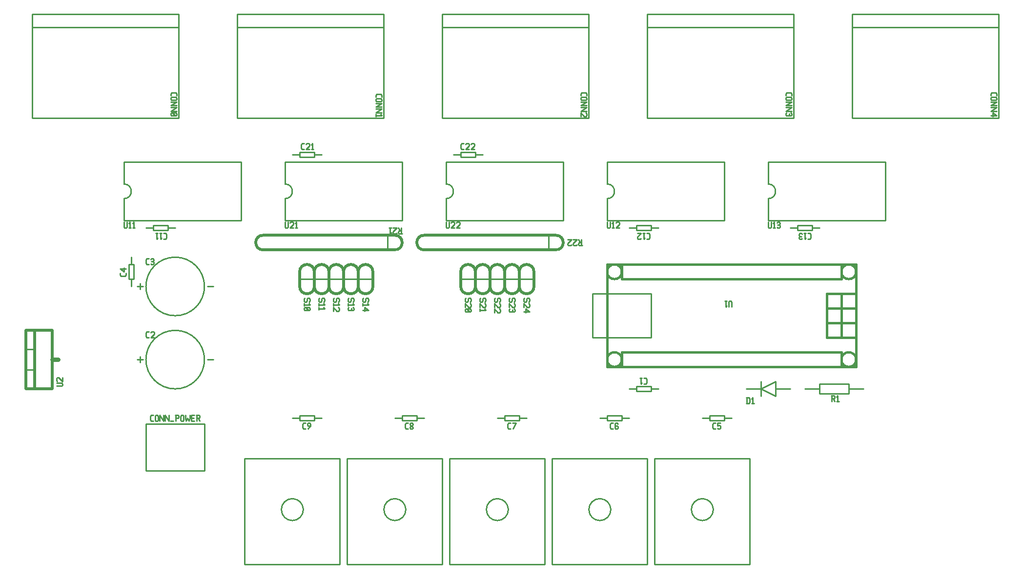
<source format=gbr>
G04 start of page 10 for group -4079 idx -4079 *
G04 Title: (unknown), topsilk *
G04 Creator: pcb 20140316 *
G04 CreationDate: Wed 27 Jan 2016 09:29:51 PM GMT UTC *
G04 For: veox *
G04 Format: Gerber/RS-274X *
G04 PCB-Dimensions (mil): 6700.00 3100.00 *
G04 PCB-Coordinate-Origin: lower left *
%MOIN*%
%FSLAX25Y25*%
%LNTOPSILK*%
%ADD111C,0.0300*%
%ADD110C,0.0150*%
%ADD109C,0.0200*%
%ADD108C,0.0100*%
G54D108*X175000Y175000D02*X255000D01*
Y215000D02*Y175000D01*
X175000Y215000D02*X255000D01*
X175000Y190000D02*Y175000D01*
Y215000D02*Y200000D01*
Y190000D02*G75*G03X175000Y200000I0J5000D01*G01*
X285000Y175000D02*X365000D01*
Y215000D02*Y175000D01*
X285000Y215000D02*X365000D01*
X285000Y190000D02*Y175000D01*
Y215000D02*Y200000D01*
Y190000D02*G75*G03X285000Y200000I0J5000D01*G01*
X290000Y220000D02*X295000D01*
X305000D02*X310000D01*
X295000Y221600D02*X305000D01*
Y218400D01*
X295000D02*X305000D01*
X295000Y221600D02*Y218400D01*
X180000Y220000D02*X185000D01*
X195000D02*X200000D01*
X185000Y221600D02*X195000D01*
Y218400D01*
X185000D02*X195000D01*
X185000Y221600D02*Y218400D01*
G54D109*X335000Y140000D02*Y130000D01*
X345000Y140000D02*Y130000D01*
G54D108*X335000Y135000D02*X345000D01*
G54D109*Y140000D02*G75*G03X335000Y140000I-5000J0D01*G01*
Y130000D02*G75*G03X345000Y130000I5000J0D01*G01*
X305000Y140000D02*Y130000D01*
X315000Y140000D02*Y130000D01*
G54D108*X305000Y135000D02*X315000D01*
G54D109*Y140000D02*G75*G03X305000Y140000I-5000J0D01*G01*
Y130000D02*G75*G03X315000Y130000I5000J0D01*G01*
X295000Y140000D02*Y130000D01*
X305000Y140000D02*Y130000D01*
G54D108*X295000Y135000D02*X305000D01*
G54D109*Y140000D02*G75*G03X295000Y140000I-5000J0D01*G01*
Y130000D02*G75*G03X305000Y130000I5000J0D01*G01*
X315000Y140000D02*Y130000D01*
X325000Y140000D02*Y130000D01*
G54D108*X315000Y135000D02*X325000D01*
G54D109*Y140000D02*G75*G03X315000Y140000I-5000J0D01*G01*
Y130000D02*G75*G03X325000Y130000I5000J0D01*G01*
Y140000D02*Y130000D01*
X335000Y140000D02*Y130000D01*
G54D108*X325000Y135000D02*X335000D01*
G54D109*Y140000D02*G75*G03X325000Y140000I-5000J0D01*G01*
Y130000D02*G75*G03X335000Y130000I5000J0D01*G01*
X270000Y165000D02*X360000D01*
X270000Y155000D02*X360000D01*
G54D108*X355000Y165000D02*Y155000D01*
G54D109*X360000D02*G75*G03X360000Y165000I0J5000D01*G01*
X270000D02*G75*G03X270000Y155000I0J-5000D01*G01*
X225000Y140000D02*Y130000D01*
X235000Y140000D02*Y130000D01*
G54D108*X225000Y135000D02*X235000D01*
G54D109*Y140000D02*G75*G03X225000Y140000I-5000J0D01*G01*
Y130000D02*G75*G03X235000Y130000I5000J0D01*G01*
X215000Y140000D02*Y130000D01*
X225000Y140000D02*Y130000D01*
G54D108*X215000Y135000D02*X225000D01*
G54D109*Y140000D02*G75*G03X215000Y140000I-5000J0D01*G01*
Y130000D02*G75*G03X225000Y130000I5000J0D01*G01*
X205000Y140000D02*Y130000D01*
X215000Y140000D02*Y130000D01*
G54D108*X205000Y135000D02*X215000D01*
G54D109*Y140000D02*G75*G03X205000Y140000I-5000J0D01*G01*
Y130000D02*G75*G03X215000Y130000I5000J0D01*G01*
X195000Y140000D02*Y130000D01*
X205000Y140000D02*Y130000D01*
G54D108*X195000Y135000D02*X205000D01*
G54D109*Y140000D02*G75*G03X195000Y140000I-5000J0D01*G01*
Y130000D02*G75*G03X205000Y130000I5000J0D01*G01*
G54D108*X142500Y307000D02*X242500D01*
X142500Y316000D02*Y245000D01*
X242500D01*
Y316000D02*Y245000D01*
X142500Y316000D02*X242500D01*
X282500Y307000D02*X382500D01*
X282500Y316000D02*Y245000D01*
X382500D01*
Y316000D02*Y245000D01*
X282500Y316000D02*X382500D01*
X2500Y307000D02*X102500D01*
X2500Y316000D02*Y245000D01*
X102500D01*
Y316000D02*Y245000D01*
X2500Y316000D02*X102500D01*
X530000Y60000D02*X540000D01*
X560000D02*X570000D01*
X540000Y63300D02*X560000D01*
Y56700D01*
X540000D02*X560000D01*
X540000Y63300D02*Y56700D01*
X250000Y40000D02*X255000D01*
X265000D02*X270000D01*
X255000Y41600D02*X265000D01*
Y38400D01*
X255000D02*X265000D01*
X255000Y41600D02*Y38400D01*
X390000Y40000D02*X395000D01*
X405000D02*X410000D01*
X395000Y41600D02*X405000D01*
Y38400D01*
X395000D02*X405000D01*
X395000Y41600D02*Y38400D01*
X320000Y40000D02*X325000D01*
X335000D02*X340000D01*
X325000Y41600D02*X335000D01*
Y38400D01*
X325000D02*X335000D01*
X325000Y41600D02*Y38400D01*
X460000Y40000D02*X465000D01*
X475000D02*X480000D01*
X465000Y41600D02*X475000D01*
Y38400D01*
X465000D02*X475000D01*
X465000Y41600D02*Y38400D01*
X287500Y12500D02*X352500D01*
Y-60000D01*
X287500D02*X352500D01*
X287500Y12500D02*Y-60000D01*
X320000Y-30000D02*G75*G03X327500Y-22500I0J7500D01*G01*
X312500D02*G75*G03X320000Y-30000I7500J0D01*G01*
Y-15000D02*G75*G03X312500Y-22500I0J-7500D01*G01*
X327500D02*G75*G03X320000Y-15000I-7500J0D01*G01*
X357500Y12500D02*X422500D01*
Y-60000D01*
X357500D02*X422500D01*
X357500Y12500D02*Y-60000D01*
X390000Y-30000D02*G75*G03X397500Y-22500I0J7500D01*G01*
X382500D02*G75*G03X390000Y-30000I7500J0D01*G01*
Y-15000D02*G75*G03X382500Y-22500I0J-7500D01*G01*
X397500D02*G75*G03X390000Y-15000I-7500J0D01*G01*
X427500Y12500D02*X492500D01*
Y-60000D01*
X427500D02*X492500D01*
X427500Y12500D02*Y-60000D01*
X460000Y-30000D02*G75*G03X467500Y-22500I0J7500D01*G01*
X452500D02*G75*G03X460000Y-30000I7500J0D01*G01*
Y-15000D02*G75*G03X452500Y-22500I0J-7500D01*G01*
X467500D02*G75*G03X460000Y-15000I-7500J0D01*G01*
X425000Y170000D02*X430000D01*
X410000D02*X415000D01*
Y168400D02*X425000D01*
X415000Y171600D02*Y168400D01*
Y171600D02*X425000D01*
Y168400D01*
Y60000D02*X430000D01*
X410000D02*X415000D01*
Y58400D02*X425000D01*
X415000Y61600D02*Y58400D01*
Y61600D02*X425000D01*
Y58400D01*
X395000Y175000D02*X475000D01*
Y215000D02*Y175000D01*
X395000Y215000D02*X475000D01*
X395000Y190000D02*Y175000D01*
Y215000D02*Y200000D01*
Y190000D02*G75*G03X395000Y200000I0J5000D01*G01*
X535000Y170000D02*X540000D01*
X520000D02*X525000D01*
Y168400D02*X535000D01*
X525000Y171600D02*Y168400D01*
Y171600D02*X535000D01*
Y168400D01*
X505000Y175000D02*X585000D01*
Y215000D02*Y175000D01*
X505000Y215000D02*X585000D01*
X505000Y190000D02*Y175000D01*
Y215000D02*Y200000D01*
Y190000D02*G75*G03X505000Y200000I0J5000D01*G01*
X490000Y60000D02*X500000D01*
X510000D02*X520000D01*
X500000D02*X510000Y65000D01*
Y55000D01*
X500000Y60000D01*
Y65000D02*Y55000D01*
G54D110*X545000Y105000D02*X565000D01*
X545000Y115000D02*X565000D01*
X555000Y125000D02*Y95000D01*
X545000D02*X565000D01*
X545000Y125000D02*Y95000D01*
Y125000D02*X565000D01*
X395000Y75000D02*X565000D01*
X395000Y145000D02*X565000D01*
Y75000D01*
X395000Y145000D02*Y75000D01*
X405000Y85000D02*X555000D01*
X405000Y135000D02*X555000D01*
X405000Y145000D02*Y135000D01*
Y85000D02*Y75000D01*
X555000Y85000D02*Y75000D01*
Y145000D02*Y135000D01*
G54D108*X385000Y95000D02*X425000D01*
Y125000D02*Y95000D01*
X385000Y125000D02*X425000D01*
X385000D02*Y95000D01*
G54D110*X565000Y80000D02*G75*G03X565000Y80000I-5000J0D01*G01*
Y140000D02*G75*G03X565000Y140000I-5000J0D01*G01*
X405000Y80000D02*G75*G03X405000Y80000I-5000J0D01*G01*
Y140000D02*G75*G03X405000Y140000I-5000J0D01*G01*
G54D108*X422500Y307000D02*X522500D01*
X422500Y316000D02*Y245000D01*
X522500D01*
Y316000D02*Y245000D01*
X422500Y316000D02*X522500D01*
X562500Y307000D02*X662500D01*
X562500Y316000D02*Y245000D01*
X662500D01*
Y316000D02*Y245000D01*
X562500Y316000D02*X662500D01*
X217500Y12500D02*X282500D01*
Y-60000D01*
X217500D02*X282500D01*
X217500Y12500D02*Y-60000D01*
X250000Y-30000D02*G75*G03X257500Y-22500I0J7500D01*G01*
X242500D02*G75*G03X250000Y-30000I7500J0D01*G01*
Y-15000D02*G75*G03X242500Y-22500I0J-7500D01*G01*
X257500D02*G75*G03X250000Y-15000I-7500J0D01*G01*
X147500Y12500D02*X212500D01*
Y-60000D01*
X147500D02*X212500D01*
X147500Y12500D02*Y-60000D01*
X180000Y-30000D02*G75*G03X187500Y-22500I0J7500D01*G01*
X172500D02*G75*G03X180000Y-30000I7500J0D01*G01*
Y-15000D02*G75*G03X172500Y-22500I0J-7500D01*G01*
X187500D02*G75*G03X180000Y-15000I-7500J0D01*G01*
X70000Y135000D02*Y130000D01*
Y150000D02*Y145000D01*
X68400D02*Y135000D01*
Y145000D02*X71600D01*
Y135000D01*
X68400D02*X71600D01*
X80000Y36000D02*Y4000D01*
Y36000D02*X120000D01*
Y4000D01*
X80000D02*X120000D01*
X74000Y80000D02*X78000D01*
X76000Y82000D02*Y78000D01*
X122000Y80000D02*X126000D01*
X80000D02*G75*G03X80000Y80000I20000J0D01*G01*
X74000Y130000D02*X78000D01*
X76000Y132000D02*Y128000D01*
X122000Y130000D02*X126000D01*
X80000D02*G75*G03X80000Y130000I20000J0D01*G01*
X95000Y170000D02*X100000D01*
X80000D02*X85000D01*
Y168400D02*X95000D01*
X85000Y171600D02*Y168400D01*
Y171600D02*X95000D01*
Y168400D01*
X180000Y40000D02*X185000D01*
X195000D02*X200000D01*
X185000Y41600D02*X195000D01*
Y38400D01*
X185000D02*X195000D01*
X185000Y41600D02*Y38400D01*
G54D109*Y140000D02*Y130000D01*
X195000Y140000D02*Y130000D01*
G54D108*X185000Y135000D02*X195000D01*
G54D109*Y140000D02*G75*G03X185000Y140000I-5000J0D01*G01*
Y130000D02*G75*G03X195000Y130000I5000J0D01*G01*
X160000Y165000D02*X250000D01*
X160000Y155000D02*X250000D01*
G54D108*X245000Y165000D02*Y155000D01*
G54D109*X250000D02*G75*G03X250000Y165000I0J5000D01*G01*
X160000D02*G75*G03X160000Y155000I0J-5000D01*G01*
X-2000Y100000D02*Y60000D01*
Y100000D02*X16000D01*
Y60000D01*
X-2000D02*X16000D01*
X-2000Y100000D02*Y60000D01*
Y100000D02*X4000D01*
Y60000D01*
X-2000D02*X4000D01*
G54D108*X-2000Y73000D02*X4000D01*
X-2000Y87000D02*X4000D01*
G54D111*X16000Y80000D02*X20000D01*
G54D108*X65000Y175000D02*X145000D01*
Y215000D02*Y175000D01*
X65000Y215000D02*X145000D01*
X65000Y190000D02*Y175000D01*
Y215000D02*Y200000D01*
Y190000D02*G75*G03X65000Y200000I0J5000D01*G01*
X175000Y174000D02*Y170500D01*
X175500Y170000D01*
X176500D01*
X177000Y170500D01*
Y174000D02*Y170500D01*
X178200Y173500D02*X178700Y174000D01*
X180200D01*
X180700Y173500D01*
Y172500D01*
X178200Y170000D02*X180700Y172500D01*
X178200Y170000D02*X180700D01*
X181900Y173200D02*X182700Y174000D01*
Y170000D01*
X181900D02*X183400D01*
X285000Y174000D02*Y170500D01*
X285500Y170000D01*
X286500D01*
X287000Y170500D01*
Y174000D02*Y170500D01*
X288200Y173500D02*X288700Y174000D01*
X290200D01*
X290700Y173500D01*
Y172500D01*
X288200Y170000D02*X290700Y172500D01*
X288200Y170000D02*X290700D01*
X291900Y173500D02*X292400Y174000D01*
X293900D01*
X294400Y173500D01*
Y172500D01*
X291900Y170000D02*X294400Y172500D01*
X291900Y170000D02*X294400D01*
X186700Y223600D02*X188000D01*
X186000Y224300D02*X186700Y223600D01*
X186000Y226900D02*Y224300D01*
Y226900D02*X186700Y227600D01*
X188000D01*
X189200Y227100D02*X189700Y227600D01*
X191200D01*
X191700Y227100D01*
Y226100D01*
X189200Y223600D02*X191700Y226100D01*
X189200Y223600D02*X191700D01*
X192900Y226800D02*X193700Y227600D01*
Y223600D01*
X192900D02*X194400D01*
X97000Y261800D02*Y260500D01*
X97700Y262500D02*X97000Y261800D01*
X97700Y262500D02*X100300D01*
X101000Y261800D01*
Y260500D01*
X97500Y259300D02*X100500D01*
X101000Y258800D01*
Y257800D01*
X100500Y257300D01*
X97500D02*X100500D01*
X97000Y257800D02*X97500Y257300D01*
X97000Y258800D02*Y257800D01*
X97500Y259300D02*X97000Y258800D01*
Y256100D02*X101000D01*
X97000Y253600D01*
X101000D01*
X97000Y252400D02*X101000D01*
X97000Y249900D01*
X101000D01*
X97500Y248700D02*X97000Y248200D01*
X97500Y248700D02*X100500D01*
X101000Y248200D01*
Y247200D01*
X100500Y246700D01*
X97500D02*X100500D01*
X97000Y247200D02*X97500Y246700D01*
X97000Y248200D02*Y247200D01*
X98000Y248700D02*X100000Y246700D01*
X232000Y120000D02*X231500Y119500D01*
X232000Y121500D02*Y120000D01*
X231500Y122000D02*X232000Y121500D01*
X230500Y122000D02*X231500D01*
X230500D02*X230000Y121500D01*
Y120000D01*
X229500Y119500D01*
X228500D02*X229500D01*
X228000Y120000D02*X228500Y119500D01*
X228000Y121500D02*Y120000D01*
X228500Y122000D02*X228000Y121500D01*
X231200Y118300D02*X232000Y117500D01*
X228000D02*X232000D01*
X228000Y118300D02*Y116800D01*
X229500Y115600D02*X232000Y113600D01*
X229500Y115600D02*Y113100D01*
X228000Y113600D02*X232000D01*
X222000Y120000D02*X221500Y119500D01*
X222000Y121500D02*Y120000D01*
X221500Y122000D02*X222000Y121500D01*
X220500Y122000D02*X221500D01*
X220500D02*X220000Y121500D01*
Y120000D01*
X219500Y119500D01*
X218500D02*X219500D01*
X218000Y120000D02*X218500Y119500D01*
X218000Y121500D02*Y120000D01*
X218500Y122000D02*X218000Y121500D01*
X221200Y118300D02*X222000Y117500D01*
X218000D02*X222000D01*
X218000Y118300D02*Y116800D01*
X221500Y115600D02*X222000Y115100D01*
Y114100D01*
X221500Y113600D01*
X218000Y114100D02*X218500Y113600D01*
X218000Y115100D02*Y114100D01*
X218500Y115600D02*X218000Y115100D01*
X220200D02*Y114100D01*
X220700Y113600D02*X221500D01*
X218500D02*X219700D01*
X220200Y114100D01*
X220700Y113600D02*X220200Y114100D01*
X212000Y120000D02*X211500Y119500D01*
X212000Y121500D02*Y120000D01*
X211500Y122000D02*X212000Y121500D01*
X210500Y122000D02*X211500D01*
X210500D02*X210000Y121500D01*
Y120000D01*
X209500Y119500D01*
X208500D02*X209500D01*
X208000Y120000D02*X208500Y119500D01*
X208000Y121500D02*Y120000D01*
X208500Y122000D02*X208000Y121500D01*
X211200Y118300D02*X212000Y117500D01*
X208000D02*X212000D01*
X208000Y118300D02*Y116800D01*
X211500Y115600D02*X212000Y115100D01*
Y113600D01*
X211500Y113100D01*
X210500D02*X211500D01*
X208000Y115600D02*X210500Y113100D01*
X208000Y115600D02*Y113100D01*
X202000Y120000D02*X201500Y119500D01*
X202000Y121500D02*Y120000D01*
X201500Y122000D02*X202000Y121500D01*
X200500Y122000D02*X201500D01*
X200500D02*X200000Y121500D01*
Y120000D01*
X199500Y119500D01*
X198500D02*X199500D01*
X198000Y120000D02*X198500Y119500D01*
X198000Y121500D02*Y120000D01*
X198500Y122000D02*X198000Y121500D01*
X201200Y118300D02*X202000Y117500D01*
X198000D02*X202000D01*
X198000Y118300D02*Y116800D01*
X201200Y115600D02*X202000Y114800D01*
X198000D02*X202000D01*
X198000Y115600D02*Y114100D01*
X253000Y166000D02*X255000D01*
X253000D02*X252500Y166500D01*
Y167500D02*Y166500D01*
X253000Y168000D02*X252500Y167500D01*
X253000Y168000D02*X254500D01*
Y170000D02*Y166000D01*
X253700Y168000D02*X252500Y170000D01*
X251300Y166500D02*X250800Y166000D01*
X249300D02*X250800D01*
X249300D02*X248800Y166500D01*
Y167500D02*Y166500D01*
X251300Y170000D02*X248800Y167500D01*
Y170000D02*X251300D01*
X247600Y166800D02*X246800Y166000D01*
Y170000D02*Y166000D01*
X246100Y170000D02*X247600D01*
X237000Y260800D02*Y259500D01*
X237700Y261500D02*X237000Y260800D01*
X237700Y261500D02*X240300D01*
X241000Y260800D01*
Y259500D01*
X237500Y258300D02*X240500D01*
X241000Y257800D01*
Y256800D01*
X240500Y256300D01*
X237500D02*X240500D01*
X237000Y256800D02*X237500Y256300D01*
X237000Y257800D02*Y256800D01*
X237500Y258300D02*X237000Y257800D01*
Y255100D02*X241000D01*
X237000Y252600D01*
X241000D01*
X237000Y251400D02*X241000D01*
X237000Y248900D01*
X241000D01*
X240200Y247700D02*X241000Y246900D01*
X237000D02*X241000D01*
X237000Y247700D02*Y246200D01*
X548000Y55300D02*X550000D01*
X550500Y54800D01*
Y53800D01*
X550000Y53300D02*X550500Y53800D01*
X548500Y53300D02*X550000D01*
X548500Y55300D02*Y51300D01*
X549300Y53300D02*X550500Y51300D01*
X551700Y54500D02*X552500Y55300D01*
Y51300D01*
X551700D02*X553200D01*
X257700Y32600D02*X259000D01*
X257000Y33300D02*X257700Y32600D01*
X257000Y35900D02*Y33300D01*
Y35900D02*X257700Y36600D01*
X259000D01*
X260200Y33100D02*X260700Y32600D01*
X260200Y33900D02*Y33100D01*
Y33900D02*X260900Y34600D01*
X261500D01*
X262200Y33900D01*
Y33100D01*
X261700Y32600D02*X262200Y33100D01*
X260700Y32600D02*X261700D01*
X260200Y35300D02*X260900Y34600D01*
X260200Y36100D02*Y35300D01*
Y36100D02*X260700Y36600D01*
X261700D01*
X262200Y36100D01*
Y35300D01*
X261500Y34600D02*X262200Y35300D01*
X397700Y32600D02*X399000D01*
X397000Y33300D02*X397700Y32600D01*
X397000Y35900D02*Y33300D01*
Y35900D02*X397700Y36600D01*
X399000D01*
X401700D02*X402200Y36100D01*
X400700Y36600D02*X401700D01*
X400200Y36100D02*X400700Y36600D01*
X400200Y36100D02*Y33100D01*
X400700Y32600D01*
X401700Y34800D02*X402200Y34300D01*
X400200Y34800D02*X401700D01*
X400700Y32600D02*X401700D01*
X402200Y33100D01*
Y34300D02*Y33100D01*
X327700Y32600D02*X329000D01*
X327000Y33300D02*X327700Y32600D01*
X327000Y35900D02*Y33300D01*
Y35900D02*X327700Y36600D01*
X329000D01*
X330700Y32600D02*X332700Y36600D01*
X330200D02*X332700D01*
X467700Y32600D02*X469000D01*
X467000Y33300D02*X467700Y32600D01*
X467000Y35900D02*Y33300D01*
Y35900D02*X467700Y36600D01*
X469000D01*
X470200D02*X472200D01*
X470200D02*Y34600D01*
X470700Y35100D01*
X471700D01*
X472200Y34600D01*
Y33100D01*
X471700Y32600D02*X472200Y33100D01*
X470700Y32600D02*X471700D01*
X470200Y33100D02*X470700Y32600D01*
X422000Y166400D02*X423300D01*
X424000Y165700D02*X423300Y166400D01*
X424000Y165700D02*Y163100D01*
X423300Y162400D01*
X422000D02*X423300D01*
X420800Y163200D02*X420000Y162400D01*
Y166400D02*Y162400D01*
X419300Y166400D02*X420800D01*
X418100Y162900D02*X417600Y162400D01*
X416100D02*X417600D01*
X416100D02*X415600Y162900D01*
Y163900D02*Y162900D01*
X418100Y166400D02*X415600Y163900D01*
Y166400D02*X418100D01*
X420000Y67400D02*X421300D01*
X422000Y66700D02*X421300Y67400D01*
X422000Y66700D02*Y64100D01*
X421300Y63400D01*
X420000D02*X421300D01*
X418800Y64200D02*X418000Y63400D01*
Y67400D02*Y63400D01*
X417300Y67400D02*X418800D01*
X395000Y174000D02*Y170500D01*
X395500Y170000D01*
X396500D01*
X397000Y170500D01*
Y174000D02*Y170500D01*
X398200Y173200D02*X399000Y174000D01*
Y170000D01*
X398200D02*X399700D01*
X400900Y173500D02*X401400Y174000D01*
X402900D01*
X403400Y173500D01*
Y172500D01*
X400900Y170000D02*X403400Y172500D01*
X400900Y170000D02*X403400D01*
X532000Y166400D02*X533300D01*
X534000Y165700D02*X533300Y166400D01*
X534000Y165700D02*Y163100D01*
X533300Y162400D01*
X532000D02*X533300D01*
X530800Y163200D02*X530000Y162400D01*
Y166400D02*Y162400D01*
X529300Y166400D02*X530800D01*
X528100Y162900D02*X527600Y162400D01*
X526600D02*X527600D01*
X526600D02*X526100Y162900D01*
X526600Y166400D02*X526100Y165900D01*
X526600Y166400D02*X527600D01*
X528100Y165900D02*X527600Y166400D01*
X526600Y164200D02*X527600D01*
X526100Y163700D02*Y162900D01*
Y165900D02*Y164700D01*
X526600Y164200D01*
X526100Y163700D02*X526600Y164200D01*
X505000Y174000D02*Y170500D01*
X505500Y170000D01*
X506500D01*
X507000Y170500D01*
Y174000D02*Y170500D01*
X508200Y173200D02*X509000Y174000D01*
Y170000D01*
X508200D02*X509700D01*
X510900Y173500D02*X511400Y174000D01*
X512400D01*
X512900Y173500D01*
X512400Y170000D02*X512900Y170500D01*
X511400Y170000D02*X512400D01*
X510900Y170500D02*X511400Y170000D01*
Y172200D02*X512400D01*
X512900Y173500D02*Y172700D01*
Y171700D02*Y170500D01*
Y171700D02*X512400Y172200D01*
X512900Y172700D02*X512400Y172200D01*
X490500Y54000D02*Y50000D01*
X491800Y54000D02*X492500Y53300D01*
Y50700D01*
X491800Y50000D02*X492500Y50700D01*
X490000Y50000D02*X491800D01*
X490000Y54000D02*X491800D01*
X493700Y53200D02*X494500Y54000D01*
Y50000D01*
X493700D02*X495200D01*
X480000Y119500D02*Y116000D01*
Y119500D02*X479500Y120000D01*
X478500D02*X479500D01*
X478500D02*X478000Y119500D01*
Y116000D01*
X476800Y116800D02*X476000Y116000D01*
Y120000D02*Y116000D01*
X475300Y120000D02*X476800D01*
X295700Y223600D02*X297000D01*
X295000Y224300D02*X295700Y223600D01*
X295000Y226900D02*Y224300D01*
Y226900D02*X295700Y227600D01*
X297000D01*
X298200Y227100D02*X298700Y227600D01*
X300200D01*
X300700Y227100D01*
Y226100D01*
X298200Y223600D02*X300700Y226100D01*
X298200Y223600D02*X300700D01*
X301900Y227100D02*X302400Y227600D01*
X303900D01*
X304400Y227100D01*
Y226100D01*
X301900Y223600D02*X304400Y226100D01*
X301900Y223600D02*X304400D01*
X342000Y120000D02*X341500Y119500D01*
X342000Y121500D02*Y120000D01*
X341500Y122000D02*X342000Y121500D01*
X340500Y122000D02*X341500D01*
X340500D02*X340000Y121500D01*
Y120000D01*
X339500Y119500D01*
X338500D02*X339500D01*
X338000Y120000D02*X338500Y119500D01*
X338000Y121500D02*Y120000D01*
X338500Y122000D02*X338000Y121500D01*
X341500Y118300D02*X342000Y117800D01*
Y116300D01*
X341500Y115800D01*
X340500D02*X341500D01*
X338000Y118300D02*X340500Y115800D01*
X338000Y118300D02*Y115800D01*
X339500Y114600D02*X342000Y112600D01*
X339500Y114600D02*Y112100D01*
X338000Y112600D02*X342000D01*
X312000Y120000D02*X311500Y119500D01*
X312000Y121500D02*Y120000D01*
X311500Y122000D02*X312000Y121500D01*
X310500Y122000D02*X311500D01*
X310500D02*X310000Y121500D01*
Y120000D01*
X309500Y119500D01*
X308500D02*X309500D01*
X308000Y120000D02*X308500Y119500D01*
X308000Y121500D02*Y120000D01*
X308500Y122000D02*X308000Y121500D01*
X311500Y118300D02*X312000Y117800D01*
Y116300D01*
X311500Y115800D01*
X310500D02*X311500D01*
X308000Y118300D02*X310500Y115800D01*
X308000Y118300D02*Y115800D01*
X311200Y114600D02*X312000Y113800D01*
X308000D02*X312000D01*
X308000Y114600D02*Y113100D01*
X302000Y120000D02*X301500Y119500D01*
X302000Y121500D02*Y120000D01*
X301500Y122000D02*X302000Y121500D01*
X300500Y122000D02*X301500D01*
X300500D02*X300000Y121500D01*
Y120000D01*
X299500Y119500D01*
X298500D02*X299500D01*
X298000Y120000D02*X298500Y119500D01*
X298000Y121500D02*Y120000D01*
X298500Y122000D02*X298000Y121500D01*
X301500Y118300D02*X302000Y117800D01*
Y116300D01*
X301500Y115800D01*
X300500D02*X301500D01*
X298000Y118300D02*X300500Y115800D01*
X298000Y118300D02*Y115800D01*
X298500Y114600D02*X298000Y114100D01*
X298500Y114600D02*X301500D01*
X302000Y114100D01*
Y113100D01*
X301500Y112600D01*
X298500D02*X301500D01*
X298000Y113100D02*X298500Y112600D01*
X298000Y114100D02*Y113100D01*
X299000Y114600D02*X301000Y112600D01*
X322000Y120000D02*X321500Y119500D01*
X322000Y121500D02*Y120000D01*
X321500Y122000D02*X322000Y121500D01*
X320500Y122000D02*X321500D01*
X320500D02*X320000Y121500D01*
Y120000D01*
X319500Y119500D01*
X318500D02*X319500D01*
X318000Y120000D02*X318500Y119500D01*
X318000Y121500D02*Y120000D01*
X318500Y122000D02*X318000Y121500D01*
X321500Y118300D02*X322000Y117800D01*
Y116300D01*
X321500Y115800D01*
X320500D02*X321500D01*
X318000Y118300D02*X320500Y115800D01*
X318000Y118300D02*Y115800D01*
X321500Y114600D02*X322000Y114100D01*
Y112600D01*
X321500Y112100D01*
X320500D02*X321500D01*
X318000Y114600D02*X320500Y112100D01*
X318000Y114600D02*Y112100D01*
X332000Y120000D02*X331500Y119500D01*
X332000Y121500D02*Y120000D01*
X331500Y122000D02*X332000Y121500D01*
X330500Y122000D02*X331500D01*
X330500D02*X330000Y121500D01*
Y120000D01*
X329500Y119500D01*
X328500D02*X329500D01*
X328000Y120000D02*X328500Y119500D01*
X328000Y121500D02*Y120000D01*
X328500Y122000D02*X328000Y121500D01*
X331500Y118300D02*X332000Y117800D01*
Y116300D01*
X331500Y115800D01*
X330500D02*X331500D01*
X328000Y118300D02*X330500Y115800D01*
X328000Y118300D02*Y115800D01*
X331500Y114600D02*X332000Y114100D01*
Y113100D01*
X331500Y112600D01*
X328000Y113100D02*X328500Y112600D01*
X328000Y114100D02*Y113100D01*
X328500Y114600D02*X328000Y114100D01*
X330200D02*Y113100D01*
X330700Y112600D02*X331500D01*
X328500D02*X329700D01*
X330200Y113100D01*
X330700Y112600D02*X330200Y113100D01*
X376000Y158000D02*X378000D01*
X376000D02*X375500Y158500D01*
Y159500D02*Y158500D01*
X376000Y160000D02*X375500Y159500D01*
X376000Y160000D02*X377500D01*
Y162000D02*Y158000D01*
X376700Y160000D02*X375500Y162000D01*
X374300Y158500D02*X373800Y158000D01*
X372300D02*X373800D01*
X372300D02*X371800Y158500D01*
Y159500D02*Y158500D01*
X374300Y162000D02*X371800Y159500D01*
Y162000D02*X374300D01*
X370600Y158500D02*X370100Y158000D01*
X368600D02*X370100D01*
X368600D02*X368100Y158500D01*
Y159500D02*Y158500D01*
X370600Y162000D02*X368100Y159500D01*
Y162000D02*X370600D01*
X377000Y261800D02*Y260500D01*
X377700Y262500D02*X377000Y261800D01*
X377700Y262500D02*X380300D01*
X381000Y261800D01*
Y260500D01*
X377500Y259300D02*X380500D01*
X381000Y258800D01*
Y257800D01*
X380500Y257300D01*
X377500D02*X380500D01*
X377000Y257800D02*X377500Y257300D01*
X377000Y258800D02*Y257800D01*
X377500Y259300D02*X377000Y258800D01*
Y256100D02*X381000D01*
X377000Y253600D01*
X381000D01*
X377000Y252400D02*X381000D01*
X377000Y249900D01*
X381000D01*
X380500Y248700D02*X381000Y248200D01*
Y246700D01*
X380500Y246200D01*
X379500D02*X380500D01*
X377000Y248700D02*X379500Y246200D01*
X377000Y248700D02*Y246200D01*
X517000Y261800D02*Y260500D01*
X517700Y262500D02*X517000Y261800D01*
X517700Y262500D02*X520300D01*
X521000Y261800D01*
Y260500D01*
X517500Y259300D02*X520500D01*
X521000Y258800D01*
Y257800D01*
X520500Y257300D01*
X517500D02*X520500D01*
X517000Y257800D02*X517500Y257300D01*
X517000Y258800D02*Y257800D01*
X517500Y259300D02*X517000Y258800D01*
Y256100D02*X521000D01*
X517000Y253600D01*
X521000D01*
X517000Y252400D02*X521000D01*
X517000Y249900D01*
X521000D01*
X520500Y248700D02*X521000Y248200D01*
Y247200D01*
X520500Y246700D01*
X517000Y247200D02*X517500Y246700D01*
X517000Y248200D02*Y247200D01*
X517500Y248700D02*X517000Y248200D01*
X519200D02*Y247200D01*
X519700Y246700D02*X520500D01*
X517500D02*X518700D01*
X519200Y247200D01*
X519700Y246700D02*X519200Y247200D01*
X657000Y261800D02*Y260500D01*
X657700Y262500D02*X657000Y261800D01*
X657700Y262500D02*X660300D01*
X661000Y261800D01*
Y260500D01*
X657500Y259300D02*X660500D01*
X661000Y258800D01*
Y257800D01*
X660500Y257300D01*
X657500D02*X660500D01*
X657000Y257800D02*X657500Y257300D01*
X657000Y258800D02*Y257800D01*
X657500Y259300D02*X657000Y258800D01*
Y256100D02*X661000D01*
X657000Y253600D01*
X661000D01*
X657000Y252400D02*X661000D01*
X657000Y249900D01*
X661000D01*
X658500Y248700D02*X661000Y246700D01*
X658500Y248700D02*Y246200D01*
X657000Y246700D02*X661000D01*
X66400Y139000D02*Y137700D01*
X65700Y137000D02*X66400Y137700D01*
X63100Y137000D02*X65700D01*
X63100D02*X62400Y137700D01*
Y139000D02*Y137700D01*
X64900Y140200D02*X62400Y142200D01*
X64900Y142700D02*Y140200D01*
X62400Y142200D02*X66400D01*
X83700Y38000D02*X85000D01*
X83000Y38700D02*X83700Y38000D01*
X83000Y41300D02*Y38700D01*
Y41300D02*X83700Y42000D01*
X85000D01*
X86200Y41500D02*Y38500D01*
Y41500D02*X86700Y42000D01*
X87700D01*
X88200Y41500D01*
Y38500D01*
X87700Y38000D02*X88200Y38500D01*
X86700Y38000D02*X87700D01*
X86200Y38500D02*X86700Y38000D01*
X89400Y42000D02*Y38000D01*
Y42000D02*X91900Y38000D01*
Y42000D02*Y38000D01*
X93100Y42000D02*Y38000D01*
Y42000D02*X95600Y38000D01*
Y42000D02*Y38000D01*
X96800D02*X98800D01*
X100500Y42000D02*Y38000D01*
X100000Y42000D02*X102000D01*
X102500Y41500D01*
Y40500D01*
X102000Y40000D02*X102500Y40500D01*
X100500Y40000D02*X102000D01*
X103700Y41500D02*Y38500D01*
Y41500D02*X104200Y42000D01*
X105200D01*
X105700Y41500D01*
Y38500D01*
X105200Y38000D02*X105700Y38500D01*
X104200Y38000D02*X105200D01*
X103700Y38500D02*X104200Y38000D01*
X106900Y42000D02*Y40000D01*
X107400Y38000D01*
X108400Y40000D01*
X109400Y38000D01*
X109900Y40000D01*
Y42000D02*Y40000D01*
X111100Y40200D02*X112600D01*
X111100Y38000D02*X113100D01*
X111100Y42000D02*Y38000D01*
Y42000D02*X113100D01*
X114300D02*X116300D01*
X116800Y41500D01*
Y40500D01*
X116300Y40000D02*X116800Y40500D01*
X114800Y40000D02*X116300D01*
X114800Y42000D02*Y38000D01*
X115600Y40000D02*X116800Y38000D01*
X80700Y95000D02*X82000D01*
X80000Y95700D02*X80700Y95000D01*
X80000Y98300D02*Y95700D01*
Y98300D02*X80700Y99000D01*
X82000D01*
X83200Y98500D02*X83700Y99000D01*
X85200D01*
X85700Y98500D01*
Y97500D01*
X83200Y95000D02*X85700Y97500D01*
X83200Y95000D02*X85700D01*
X80700Y145000D02*X82000D01*
X80000Y145700D02*X80700Y145000D01*
X80000Y148300D02*Y145700D01*
Y148300D02*X80700Y149000D01*
X82000D01*
X83200Y148500D02*X83700Y149000D01*
X84700D01*
X85200Y148500D01*
X84700Y145000D02*X85200Y145500D01*
X83700Y145000D02*X84700D01*
X83200Y145500D02*X83700Y145000D01*
Y147200D02*X84700D01*
X85200Y148500D02*Y147700D01*
Y146700D02*Y145500D01*
Y146700D02*X84700Y147200D01*
X85200Y147700D02*X84700Y147200D01*
X92000Y166400D02*X93300D01*
X94000Y165700D02*X93300Y166400D01*
X94000Y165700D02*Y163100D01*
X93300Y162400D01*
X92000D02*X93300D01*
X90800Y163200D02*X90000Y162400D01*
Y166400D02*Y162400D01*
X89300Y166400D02*X90800D01*
X88100Y163200D02*X87300Y162400D01*
Y166400D02*Y162400D01*
X86600Y166400D02*X88100D01*
X187700Y32600D02*X189000D01*
X187000Y33300D02*X187700Y32600D01*
X187000Y35900D02*Y33300D01*
Y35900D02*X187700Y36600D01*
X189000D01*
X190700Y32600D02*X192200Y34600D01*
Y36100D02*Y34600D01*
X191700Y36600D02*X192200Y36100D01*
X190700Y36600D02*X191700D01*
X190200Y36100D02*X190700Y36600D01*
X190200Y36100D02*Y35100D01*
X190700Y34600D01*
X192200D01*
X192000Y120000D02*X191500Y119500D01*
X192000Y121500D02*Y120000D01*
X191500Y122000D02*X192000Y121500D01*
X190500Y122000D02*X191500D01*
X190500D02*X190000Y121500D01*
Y120000D01*
X189500Y119500D01*
X188500D02*X189500D01*
X188000Y120000D02*X188500Y119500D01*
X188000Y121500D02*Y120000D01*
X188500Y122000D02*X188000Y121500D01*
X191200Y118300D02*X192000Y117500D01*
X188000D02*X192000D01*
X188000Y118300D02*Y116800D01*
X188500Y115600D02*X188000Y115100D01*
X188500Y115600D02*X191500D01*
X192000Y115100D01*
Y114100D01*
X191500Y113600D01*
X188500D02*X191500D01*
X188000Y114100D02*X188500Y113600D01*
X188000Y115100D02*Y114100D01*
X189000Y115600D02*X191000Y113600D01*
X19000Y62000D02*X22500D01*
X23000Y62500D01*
Y63500D02*Y62500D01*
Y63500D02*X22500Y64000D01*
X19000D02*X22500D01*
X19500Y65200D02*X19000Y65700D01*
Y67200D02*Y65700D01*
Y67200D02*X19500Y67700D01*
X20500D01*
X23000Y65200D02*X20500Y67700D01*
X23000D02*Y65200D01*
X65000Y174000D02*Y170500D01*
X65500Y170000D01*
X66500D01*
X67000Y170500D01*
Y174000D02*Y170500D01*
X68200Y173200D02*X69000Y174000D01*
Y170000D01*
X68200D02*X69700D01*
X70900Y173200D02*X71700Y174000D01*
Y170000D01*
X70900D02*X72400D01*
M02*

</source>
